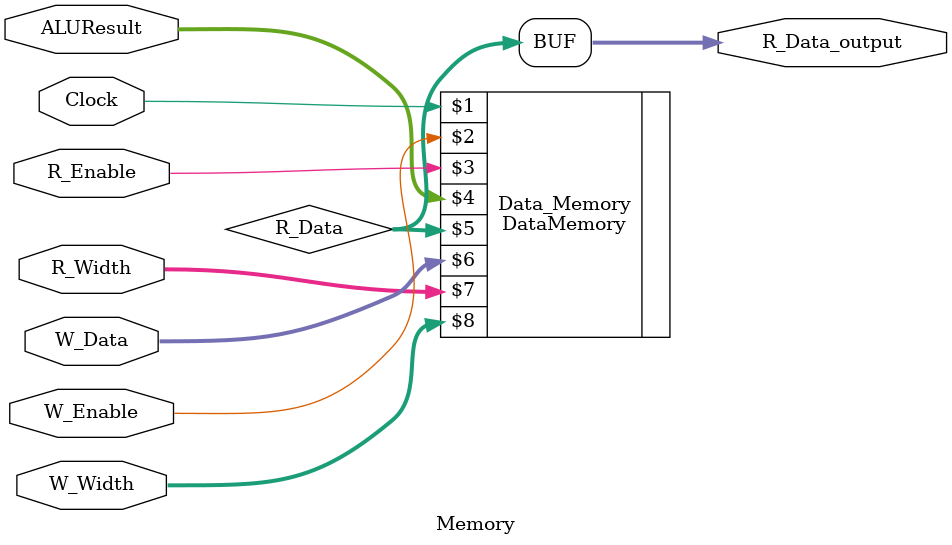
<source format=v>
`timescale 1ns / 1ps


module Memory(
Clock, 

// Inputs
R_Enable, W_Enable, R_Width, W_Width, ALUResult, W_Data,

// Outputs
R_Data_output
);
    input R_Enable, W_Enable, Clock;
    input [1:0] R_Width, W_Width;
    input [31:0] ALUResult, W_Data;

    wire [31:0] R_Data, PCNew;
    wire PCSrc;
    output reg [31:0] R_Data_output;
    
    DataMemory Data_Memory(
    Clock, 
    W_Enable, R_Enable, 
    ALUResult, 
    R_Data, W_Data, 
    R_Width, W_Width);
    
    always @ (*) begin
    R_Data_output <= R_Data;
    end

endmodule

</source>
